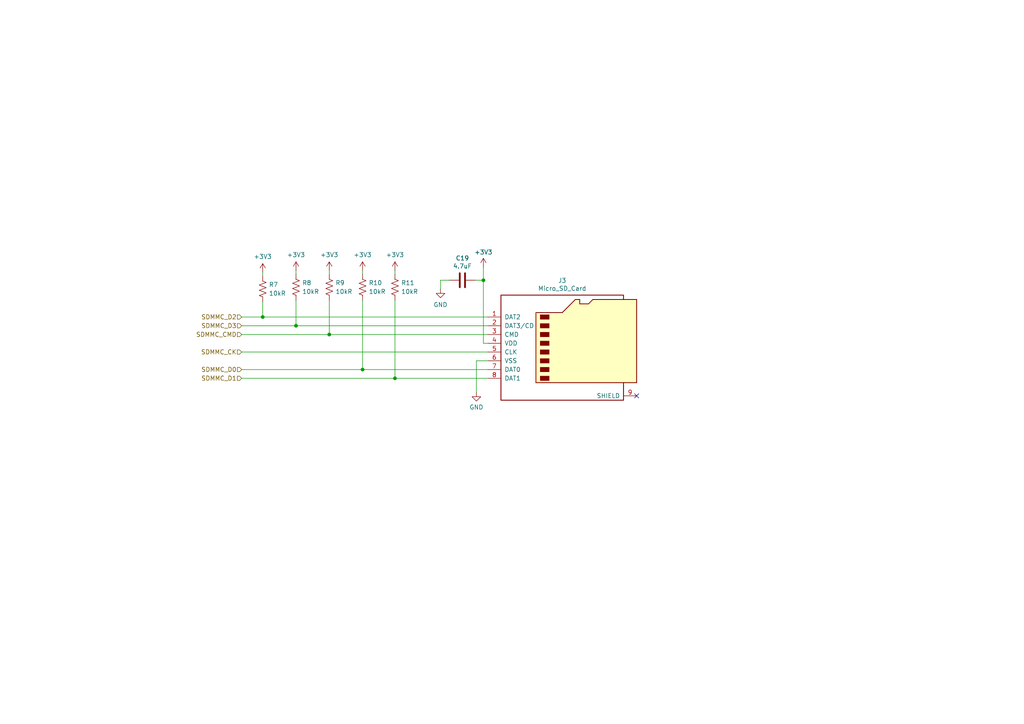
<source format=kicad_sch>
(kicad_sch (version 20230121) (generator eeschema)
  (paper "A4")
  (lib_symbols
    (symbol "Connector:Micro_SD_Card" (pin_names (offset 1.016))
      (property "Reference" "J" (at -16.51 15.24 0))
      (property "Value" "Micro_SD_Card" (at 16.51 15.24 0))
      (symbol "Micro_SD_Card_0_1"
        (rectangle (start -7.62 -9.525) (end -5.08 -10.795) (fill (type outline)))
        (rectangle (start -7.62 -6.985) (end -5.08 -8.255) (fill (type outline)))
        (rectangle (start -7.62 -4.445) (end -5.08 -5.715) (fill (type outline)))
        (rectangle (start -7.62 -1.905) (end -5.08 -3.175) (fill (type outline)))
        (rectangle (start -7.62 0.635) (end -5.08 -0.635) (fill (type outline)))
        (rectangle (start -7.62 3.175) (end -5.08 1.905) (fill (type outline)))
        (rectangle (start -7.62 5.715) (end -5.08 4.445) (fill (type outline)))
        (rectangle (start -7.62 8.255) (end -5.08 6.985) (fill (type outline)))
        (polyline (pts (xy 16.51 12.7) (xy 16.51 13.97) (xy -19.05 13.97) (xy -19.05 -16.51) (xy 16.51 -16.51) (xy 16.51 -11.43)) (stroke (width 0.254)))
        (polyline (pts (xy -8.89 -11.43) (xy -8.89 8.89) (xy -1.27 8.89) (xy 2.54 12.7) (xy 3.81 12.7) (xy 3.81 11.43) (xy 6.35 11.43) (xy 7.62 12.7) (xy 20.32 12.7) (xy 20.32 -11.43) (xy -8.89 -11.43)) (stroke (width 0.254)) (fill (type background)))
      )
      (symbol "Micro_SD_Card_1_1"
        (pin bidirectional line (at -22.86 7.62 0) (length 3.81) (name "DAT2") (number "1"))
        (pin bidirectional line (at -22.86 5.08 0) (length 3.81) (name "DAT3/CD") (number "2"))
        (pin input line (at -22.86 2.54 0) (length 3.81) (name "CMD") (number "3"))
        (pin power_in line (at -22.86 0 0) (length 3.81) (name "VDD") (number "4"))
        (pin input line (at -22.86 -2.54 0) (length 3.81) (name "CLK") (number "5"))
        (pin power_in line (at -22.86 -5.08 0) (length 3.81) (name "VSS") (number "6"))
        (pin bidirectional line (at -22.86 -7.62 0) (length 3.81) (name "DAT0") (number "7"))
        (pin bidirectional line (at -22.86 -10.16 0) (length 3.81) (name "DAT1") (number "8"))
        (pin passive line (at 20.32 -15.24 180) (length 3.81) (name "SHIELD") (number "9"))
      )
    )
    (symbol "Device:C" (pin_numbers hide) (pin_names (offset 0.254))
      (property "Reference" "C" (at 0.635 2.54 0))
      (property "Value" "C" (at 0.635 -2.54 0))
      (symbol "C_0_1"
        (polyline (pts (xy -2.032 -0.762) (xy 2.032 -0.762)) (stroke (width 0.508)))
        (polyline (pts (xy -2.032 0.762) (xy 2.032 0.762)) (stroke (width 0.508)))
      )
      (symbol "C_1_1"
        (pin passive line (at 0 3.81 270) (length 2.794) (name "~") (number "1"))
        (pin passive line (at 0 -3.81 90) (length 2.794) (name "~") (number "2"))
      )
    )
    (symbol "Device:R_US" (pin_numbers hide) (pin_names (offset 0))
      (property "Reference" "R" (at 2.54 0 90))
      (property "Value" "R_US" (at -2.54 0 90))
      (symbol "R_US_0_1"
        (polyline (pts (xy 0 -2.286) (xy 0 -2.54)))
        (polyline (pts (xy 0 2.286) (xy 0 2.54)))
        (polyline (pts (xy 0 -0.762) (xy 1.016 -1.143) (xy 0 -1.524) (xy -1.016 -1.905) (xy 0 -2.286)))
        (polyline (pts (xy 0 0.762) (xy 1.016 0.381) (xy 0 0) (xy -1.016 -0.381) (xy 0 -0.762)))
        (polyline (pts (xy 0 2.286) (xy 1.016 1.905) (xy 0 1.524) (xy -1.016 1.143) (xy 0 0.762)))
      )
      (symbol "R_US_1_1"
        (pin passive line (at 0 3.81 270) (length 1.27) (name "~") (number "1"))
        (pin passive line (at 0 -3.81 90) (length 1.27) (name "~") (number "2"))
      )
    )
    (symbol "power:+3V3" (power) (pin_names (offset 0))
      (property "Value" "+3V3" (at 0 3.556 0))
      (symbol "+3V3_0_1"
        (polyline (pts (xy -0.762 1.27) (xy 0 2.54)))
        (polyline (pts (xy 0 0) (xy 0 2.54)))
        (polyline (pts (xy 0 2.54) (xy 0.762 1.27)))
      )
      (symbol "+3V3_1_1"
        (pin power_in line (at 0 0 90) (length 0) hide (name "+3V3") (number "1"))
      )
    )
    (symbol "power:GND" (power) (pin_names (offset 0))
      (property "Value" "GND" (at 0 -3.81 0))
      (symbol "GND_0_1"
        (polyline (pts (xy 0 0) (xy 0 -1.27) (xy 1.27 -1.27) (xy 0 -2.54) (xy -1.27 -1.27) (xy 0 -1.27)))
      )
      (symbol "GND_1_1"
        (pin power_in line (at 0 0 270) (length 0) hide (name "GND") (number "1"))
      )
    )
  )
  (junction (at 105.156 107.188))
  (junction (at 76.2 91.948))
  (junction (at 85.852 94.488))
  (junction (at 140.208 81.28))
  (junction (at 95.504 97.028))
  (junction (at 114.554 109.728))
  (no_connect (at 184.658 114.808))
  (wire (pts (xy 76.2 91.948) (xy 141.478 91.948)))
  (wire (pts (xy 105.156 78.486) (xy 105.156 79.502)))
  (wire (pts (xy 70.104 109.728) (xy 114.554 109.728)))
  (wire (pts (xy 137.922 81.28) (xy 140.208 81.28)))
  (wire (pts (xy 114.554 87.122) (xy 114.554 109.728)))
  (wire (pts (xy 140.208 81.28) (xy 140.208 77.47)))
  (wire (pts (xy 85.852 78.486) (xy 85.852 79.502)))
  (wire (pts (xy 95.504 97.028) (xy 141.478 97.028)))
  (wire (pts (xy 70.104 94.488) (xy 85.852 94.488)))
  (wire (pts (xy 114.554 78.486) (xy 114.554 79.502)))
  (wire (pts (xy 141.478 104.648) (xy 138.176 104.648)))
  (wire (pts (xy 141.478 99.568) (xy 140.208 99.568)))
  (wire (pts (xy 105.156 87.122) (xy 105.156 107.188)))
  (wire (pts (xy 95.504 87.122) (xy 95.504 97.028)))
  (wire (pts (xy 127.762 83.82) (xy 127.762 81.28)))
  (wire (pts (xy 85.852 94.488) (xy 141.478 94.488)))
  (wire (pts (xy 127.762 81.28) (xy 130.302 81.28)))
  (wire (pts (xy 114.554 109.728) (xy 141.478 109.728)))
  (wire (pts (xy 70.104 91.948) (xy 76.2 91.948)))
  (wire (pts (xy 76.2 78.994) (xy 76.2 80.01)))
  (wire (pts (xy 105.156 107.188) (xy 141.478 107.188)))
  (wire (pts (xy 138.176 104.648) (xy 138.176 113.792)))
  (wire (pts (xy 76.2 87.63) (xy 76.2 91.948)))
  (wire (pts (xy 95.504 78.486) (xy 95.504 79.502)))
  (wire (pts (xy 85.852 87.122) (xy 85.852 94.488)))
  (wire (pts (xy 70.104 102.108) (xy 141.478 102.108)))
  (wire (pts (xy 70.104 97.028) (xy 95.504 97.028)))
  (wire (pts (xy 70.104 107.188) (xy 105.156 107.188)))
  (wire (pts (xy 140.208 99.568) (xy 140.208 81.28)))
  (hierarchical_label "SDMMC_D0" (shape input) (at 70.104 107.188 180))
  (hierarchical_label "SDMMC_D2" (shape input) (at 70.104 91.948 180))
  (hierarchical_label "SDMMC_D1" (shape input) (at 70.104 109.728 180))
  (hierarchical_label "SDMMC_D3" (shape input) (at 70.104 94.488 180))
  (hierarchical_label "SDMMC_CMD" (shape input) (at 70.104 97.028 180))
  (hierarchical_label "SDMMC_CK" (shape input) (at 70.104 102.108 180))
  (symbol (lib_id "power:+3V3") (at 85.852 78.486 0) (unit 1)
    (property "Reference" "#PWR039" (effects hide))
    (property "Value" "+3V3" (at 85.852 73.914 0))
  )
  (symbol (lib_id "power:GND") (at 127.762 83.82 0) (unit 1)
    (property "Reference" "#PWR043" (effects hide))
    (property "Value" "GND" (at 127.762 88.392 0))
  )
  (symbol (lib_id "power:+3V3") (at 105.156 78.486 0) (unit 1)
    (property "Reference" "#PWR041" (effects hide))
    (property "Value" "+3V3" (at 105.156 73.914 0))
  )
  (symbol (lib_id "Device:R_US") (at 76.2 83.82 0) (unit 1)
    (property "Reference" "R7" (at 77.978 82.55 0) (effects (justify left)))
    (property "Value" "10kR" (at 77.978 85.09 0) (effects (justify left)))
    (property "Footprint" "Resistor_SMD:R_0805_2012Metric_Pad1.20x1.40mm_HandSolder" (effects hide))
  )
  (symbol (lib_id "Device:R_US") (at 114.554 83.312 0) (unit 1)
    (property "Reference" "R11" (at 116.332 82.042 0) (effects (justify left)))
    (property "Value" "10kR" (at 116.332 84.582 0) (effects (justify left)))
    (property "Footprint" "Resistor_SMD:R_0805_2012Metric_Pad1.20x1.40mm_HandSolder" (effects hide))
  )
  (symbol (lib_id "power:+3V3") (at 140.208 77.47 0) (unit 1)
    (property "Reference" "#PWR045" (effects hide))
    (property "Value" "+3V3" (at 140.208 73.152 0))
  )
  (symbol (lib_id "Device:R_US") (at 105.156 83.312 0) (unit 1)
    (property "Reference" "R10" (at 106.934 82.042 0) (effects (justify left)))
    (property "Value" "10kR" (at 106.934 84.582 0) (effects (justify left)))
    (property "Footprint" "Resistor_SMD:R_0805_2012Metric_Pad1.20x1.40mm_HandSolder" (effects hide))
  )
  (symbol (lib_id "power:+3V3") (at 95.504 78.486 0) (unit 1)
    (property "Reference" "#PWR040" (effects hide))
    (property "Value" "+3V3" (at 95.504 73.914 0))
  )
  (symbol (lib_id "power:+3V3") (at 114.554 78.486 0) (unit 1)
    (property "Reference" "#PWR042" (effects hide))
    (property "Value" "+3V3" (at 114.554 73.914 0))
  )
  (symbol (lib_id "Device:R_US") (at 95.504 83.312 0) (unit 1)
    (property "Reference" "R9" (at 97.282 82.042 0) (effects (justify left)))
    (property "Value" "10kR" (at 97.282 84.582 0) (effects (justify left)))
    (property "Footprint" "Resistor_SMD:R_0805_2012Metric_Pad1.20x1.40mm_HandSolder" (effects hide))
  )
  (symbol (lib_id "power:GND") (at 138.176 113.792 0) (unit 1)
    (property "Reference" "#PWR044" (effects hide))
    (property "Value" "GND" (at 138.176 118.11 0))
  )
  (symbol (lib_id "Device:C") (at 134.112 81.28 270) (unit 1)
    (property "Reference" "C19" (at 134.112 74.8792 90))
    (property "Value" "4.7uF" (at 134.112 77.1906 90))
    (property "Footprint" "Capacitor_SMD:C_0805_2012Metric_Pad1.18x1.45mm_HandSolder" (effects hide))
    (instances (project "processor" (path "" (reference "C19") (unit 1))) (project "logger" (path "" (reference "C7") (unit 1))))
  )
  (symbol (lib_id "power:+3V3") (at 76.2 78.994 0) (unit 1)
    (property "Reference" "#PWR038" (effects hide))
    (property "Value" "+3V3" (at 76.2 74.422 0))
  )
  (symbol (lib_id "Connector:Micro_SD_Card") (at 164.338 99.568 0) (unit 1)
    (property "Reference" "J3" (at 163.068 81.3562 0))
    (property "Value" "Micro_SD_Card" (at 163.068 83.6676 0))
    (property "Footprint" "canhw:microSD_Molex_WM6698CT-ND" (effects hide))
    (property "Datasheet" "http://katalog.we-online.de/em/datasheet/693072010801.pdf" (effects hide))
    (instances (project "processor" (path "" (reference "J3") (unit 1))) (project "logger" (path "" (reference "J2") (unit 1))))
  )
  (symbol (lib_id "Device:R_US") (at 85.852 83.312 0) (unit 1)
    (property "Reference" "R8" (at 87.63 82.042 0) (effects (justify left)))
    (property "Value" "10kR" (at 87.63 84.582 0) (effects (justify left)))
    (property "Footprint" "Resistor_SMD:R_0805_2012Metric_Pad1.20x1.40mm_HandSolder" (effects hide))
  )
)
</source>
